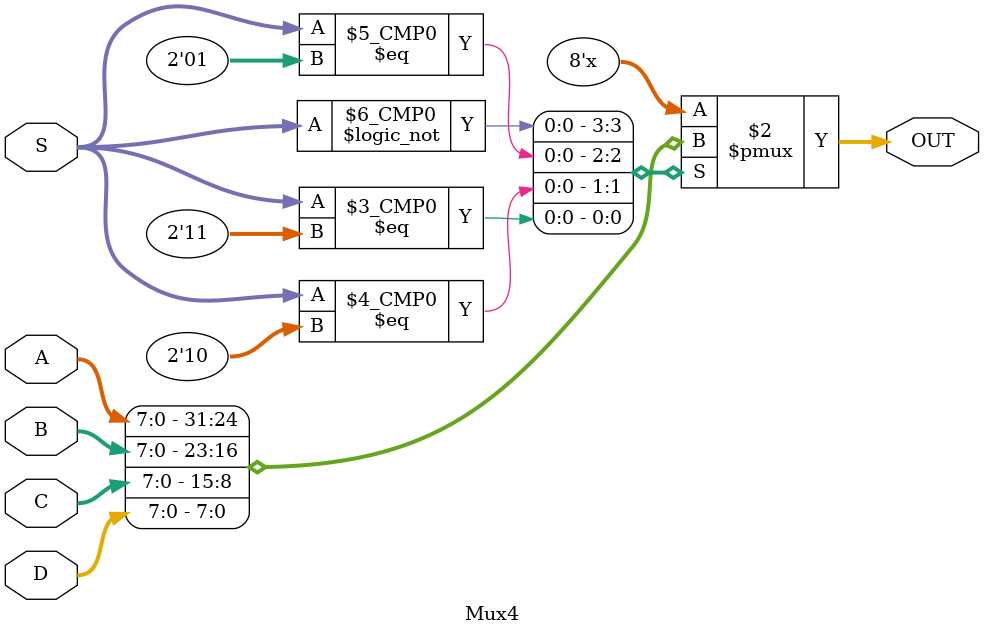
<source format=v>
module Mux4(

	input [7:0] A,
	input [7:0] B,
	input [7:0] C,
	input [7:0] D,
	input [1:0] S,
	
	output reg [7:0] OUT
);

	
	always @(*) begin
		case (S)
		2'h0 : 
			OUT = A;
		2'h1 : 
			OUT = B;
		2'h2 : 
			OUT = C;
		2'h3 : 
			OUT = D;
		
		default:
			OUT = 8'hxx;
		endcase
	end
	
	endmodule

</source>
